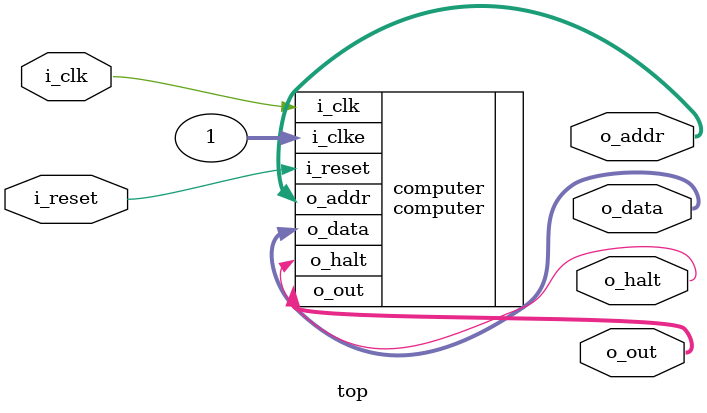
<source format=v>
`default_nettype none

module top(i_clk,
           i_reset,
           o_halt,
           o_addr,
           o_data,
           o_out);
   parameter DATA_WIDTH = 8;
   parameter ADDR_WIDTH = 4;

   input  wire                  i_clk;
   input  wire                  i_reset;
   output wire                  o_halt;
   output wire [ADDR_WIDTH-1:0] o_addr;
   output wire [DATA_WIDTH-1:0] o_data;
   output wire [DATA_WIDTH-1:0] o_out;

   computer #(.DATA_WIDTH(DATA_WIDTH),
              .ADDR_WIDTH(ADDR_WIDTH))
       computer(.i_clk(i_clk),
                .i_clke(1),
                .i_reset(i_reset),
                .o_halt(o_halt),
                .o_addr(o_addr),
                .o_data(o_data),
                .o_out(o_out));

endmodule

</source>
